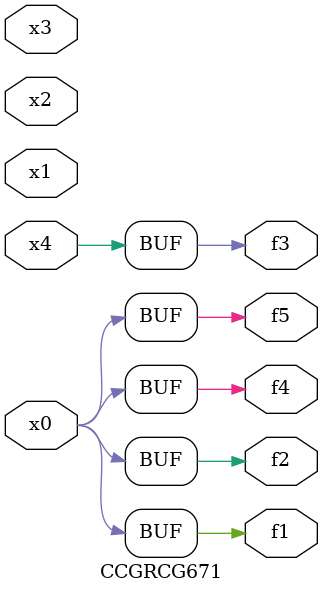
<source format=v>
module CCGRCG671(
	input x0, x1, x2, x3, x4,
	output f1, f2, f3, f4, f5
);
	assign f1 = x0;
	assign f2 = x0;
	assign f3 = x4;
	assign f4 = x0;
	assign f5 = x0;
endmodule

</source>
